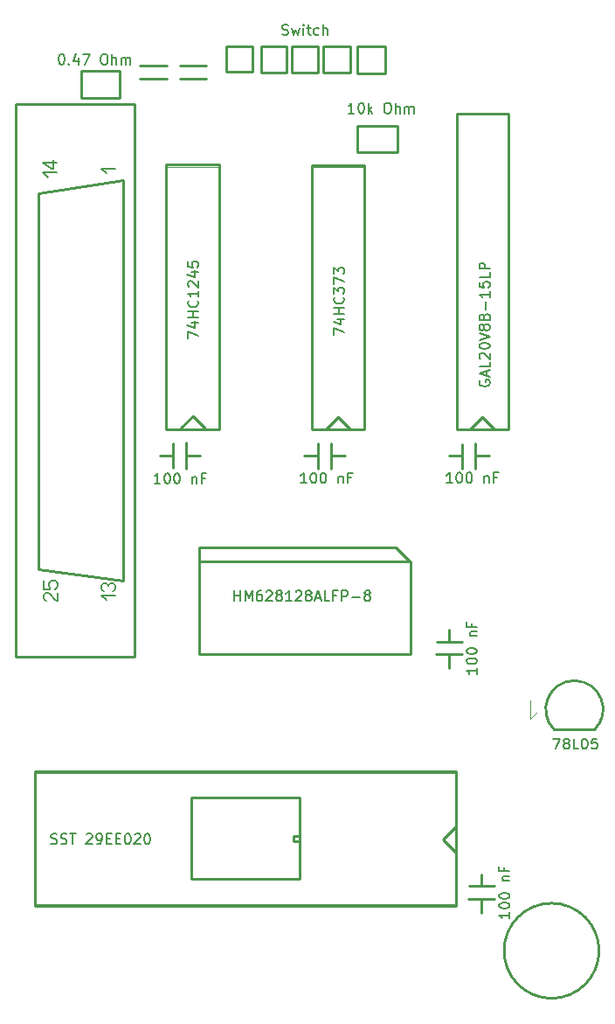
<source format=gbr>
%TF.GenerationSoftware,KiCad,Pcbnew,(6.0.2)*%
%TF.CreationDate,2022-05-06T23:35:53-05:00*%
%TF.ProjectId,PXT6,50585436-2e6b-4696-9361-645f70636258,rev?*%
%TF.SameCoordinates,Original*%
%TF.FileFunction,Legend,Top*%
%TF.FilePolarity,Positive*%
%FSLAX46Y46*%
G04 Gerber Fmt 4.6, Leading zero omitted, Abs format (unit mm)*
G04 Created by KiCad (PCBNEW (6.0.2)) date 2022-05-06 23:35:53*
%MOMM*%
%LPD*%
G01*
G04 APERTURE LIST*
%ADD10C,0.150000*%
%ADD11C,0.100000*%
%ADD12C,0.250000*%
%ADD13C,0.124000*%
%ADD14C,0.167000*%
G04 APERTURE END LIST*
D10*
X138037714Y-41072761D02*
X138180571Y-41120380D01*
X138418666Y-41120380D01*
X138513904Y-41072761D01*
X138561523Y-41025142D01*
X138609142Y-40929904D01*
X138609142Y-40834666D01*
X138561523Y-40739428D01*
X138513904Y-40691809D01*
X138418666Y-40644190D01*
X138228190Y-40596571D01*
X138132952Y-40548952D01*
X138085333Y-40501333D01*
X138037714Y-40406095D01*
X138037714Y-40310857D01*
X138085333Y-40215619D01*
X138132952Y-40168000D01*
X138228190Y-40120380D01*
X138466285Y-40120380D01*
X138609142Y-40168000D01*
X138942476Y-40453714D02*
X139132952Y-41120380D01*
X139323428Y-40644190D01*
X139513904Y-41120380D01*
X139704380Y-40453714D01*
X140085333Y-41120380D02*
X140085333Y-40453714D01*
X140085333Y-40120380D02*
X140037714Y-40168000D01*
X140085333Y-40215619D01*
X140132952Y-40168000D01*
X140085333Y-40120380D01*
X140085333Y-40215619D01*
X140418666Y-40453714D02*
X140799619Y-40453714D01*
X140561523Y-40120380D02*
X140561523Y-40977523D01*
X140609142Y-41072761D01*
X140704380Y-41120380D01*
X140799619Y-41120380D01*
X141561523Y-41072761D02*
X141466285Y-41120380D01*
X141275809Y-41120380D01*
X141180571Y-41072761D01*
X141132952Y-41025142D01*
X141085333Y-40929904D01*
X141085333Y-40644190D01*
X141132952Y-40548952D01*
X141180571Y-40501333D01*
X141275809Y-40453714D01*
X141466285Y-40453714D01*
X141561523Y-40501333D01*
X141990095Y-41120380D02*
X141990095Y-40120380D01*
X142418666Y-41120380D02*
X142418666Y-40596571D01*
X142371047Y-40501333D01*
X142275809Y-40453714D01*
X142132952Y-40453714D01*
X142037714Y-40501333D01*
X141990095Y-40548952D01*
X145006952Y-48703380D02*
X144435523Y-48703380D01*
X144721238Y-48703380D02*
X144721238Y-47703380D01*
X144626000Y-47846238D01*
X144530761Y-47941476D01*
X144435523Y-47989095D01*
X145626000Y-47703380D02*
X145721238Y-47703380D01*
X145816476Y-47751000D01*
X145864095Y-47798619D01*
X145911714Y-47893857D01*
X145959333Y-48084333D01*
X145959333Y-48322428D01*
X145911714Y-48512904D01*
X145864095Y-48608142D01*
X145816476Y-48655761D01*
X145721238Y-48703380D01*
X145626000Y-48703380D01*
X145530761Y-48655761D01*
X145483142Y-48608142D01*
X145435523Y-48512904D01*
X145387904Y-48322428D01*
X145387904Y-48084333D01*
X145435523Y-47893857D01*
X145483142Y-47798619D01*
X145530761Y-47751000D01*
X145626000Y-47703380D01*
X146387904Y-48703380D02*
X146387904Y-47703380D01*
X146483142Y-48322428D02*
X146768857Y-48703380D01*
X146768857Y-48036714D02*
X146387904Y-48417666D01*
X148149809Y-47703380D02*
X148340285Y-47703380D01*
X148435523Y-47751000D01*
X148530761Y-47846238D01*
X148578380Y-48036714D01*
X148578380Y-48370047D01*
X148530761Y-48560523D01*
X148435523Y-48655761D01*
X148340285Y-48703380D01*
X148149809Y-48703380D01*
X148054571Y-48655761D01*
X147959333Y-48560523D01*
X147911714Y-48370047D01*
X147911714Y-48036714D01*
X147959333Y-47846238D01*
X148054571Y-47751000D01*
X148149809Y-47703380D01*
X149006952Y-48703380D02*
X149006952Y-47703380D01*
X149435523Y-48703380D02*
X149435523Y-48179571D01*
X149387904Y-48084333D01*
X149292666Y-48036714D01*
X149149809Y-48036714D01*
X149054571Y-48084333D01*
X149006952Y-48131952D01*
X149911714Y-48703380D02*
X149911714Y-48036714D01*
X149911714Y-48131952D02*
X149959333Y-48084333D01*
X150054571Y-48036714D01*
X150197428Y-48036714D01*
X150292666Y-48084333D01*
X150340285Y-48179571D01*
X150340285Y-48703380D01*
X150340285Y-48179571D02*
X150387904Y-48084333D01*
X150483142Y-48036714D01*
X150626000Y-48036714D01*
X150721238Y-48084333D01*
X150768857Y-48179571D01*
X150768857Y-48703380D01*
X116596095Y-42972380D02*
X116691333Y-42972380D01*
X116786571Y-43020000D01*
X116834190Y-43067619D01*
X116881809Y-43162857D01*
X116929428Y-43353333D01*
X116929428Y-43591428D01*
X116881809Y-43781904D01*
X116834190Y-43877142D01*
X116786571Y-43924761D01*
X116691333Y-43972380D01*
X116596095Y-43972380D01*
X116500857Y-43924761D01*
X116453238Y-43877142D01*
X116405619Y-43781904D01*
X116358000Y-43591428D01*
X116358000Y-43353333D01*
X116405619Y-43162857D01*
X116453238Y-43067619D01*
X116500857Y-43020000D01*
X116596095Y-42972380D01*
X117358000Y-43877142D02*
X117405619Y-43924761D01*
X117358000Y-43972380D01*
X117310380Y-43924761D01*
X117358000Y-43877142D01*
X117358000Y-43972380D01*
X118262761Y-43305714D02*
X118262761Y-43972380D01*
X118024666Y-42924761D02*
X117786571Y-43639047D01*
X118405619Y-43639047D01*
X118691333Y-42972380D02*
X119358000Y-42972380D01*
X118929428Y-43972380D01*
X120691333Y-42972380D02*
X120881809Y-42972380D01*
X120977047Y-43020000D01*
X121072285Y-43115238D01*
X121119904Y-43305714D01*
X121119904Y-43639047D01*
X121072285Y-43829523D01*
X120977047Y-43924761D01*
X120881809Y-43972380D01*
X120691333Y-43972380D01*
X120596095Y-43924761D01*
X120500857Y-43829523D01*
X120453238Y-43639047D01*
X120453238Y-43305714D01*
X120500857Y-43115238D01*
X120596095Y-43020000D01*
X120691333Y-42972380D01*
X121548476Y-43972380D02*
X121548476Y-42972380D01*
X121977047Y-43972380D02*
X121977047Y-43448571D01*
X121929428Y-43353333D01*
X121834190Y-43305714D01*
X121691333Y-43305714D01*
X121596095Y-43353333D01*
X121548476Y-43400952D01*
X122453238Y-43972380D02*
X122453238Y-43305714D01*
X122453238Y-43400952D02*
X122500857Y-43353333D01*
X122596095Y-43305714D01*
X122738952Y-43305714D01*
X122834190Y-43353333D01*
X122881809Y-43448571D01*
X122881809Y-43972380D01*
X122881809Y-43448571D02*
X122929428Y-43353333D01*
X123024666Y-43305714D01*
X123167523Y-43305714D01*
X123262761Y-43353333D01*
X123310380Y-43448571D01*
X123310380Y-43972380D01*
X128880380Y-70462095D02*
X128880380Y-69795428D01*
X129880380Y-70224000D01*
X129213714Y-68985904D02*
X129880380Y-68985904D01*
X128832761Y-69224000D02*
X129547047Y-69462095D01*
X129547047Y-68843047D01*
X129880380Y-68462095D02*
X128880380Y-68462095D01*
X129356571Y-68462095D02*
X129356571Y-67890666D01*
X129880380Y-67890666D02*
X128880380Y-67890666D01*
X129785142Y-66843047D02*
X129832761Y-66890666D01*
X129880380Y-67033523D01*
X129880380Y-67128761D01*
X129832761Y-67271619D01*
X129737523Y-67366857D01*
X129642285Y-67414476D01*
X129451809Y-67462095D01*
X129308952Y-67462095D01*
X129118476Y-67414476D01*
X129023238Y-67366857D01*
X128928000Y-67271619D01*
X128880380Y-67128761D01*
X128880380Y-67033523D01*
X128928000Y-66890666D01*
X128975619Y-66843047D01*
X129880380Y-65890666D02*
X129880380Y-66462095D01*
X129880380Y-66176380D02*
X128880380Y-66176380D01*
X129023238Y-66271619D01*
X129118476Y-66366857D01*
X129166095Y-66462095D01*
X128975619Y-65509714D02*
X128928000Y-65462095D01*
X128880380Y-65366857D01*
X128880380Y-65128761D01*
X128928000Y-65033523D01*
X128975619Y-64985904D01*
X129070857Y-64938285D01*
X129166095Y-64938285D01*
X129308952Y-64985904D01*
X129880380Y-65557333D01*
X129880380Y-64938285D01*
X129213714Y-64081142D02*
X129880380Y-64081142D01*
X128832761Y-64319238D02*
X129547047Y-64557333D01*
X129547047Y-63938285D01*
X128880380Y-63081142D02*
X128880380Y-63557333D01*
X129356571Y-63604952D01*
X129308952Y-63557333D01*
X129261333Y-63462095D01*
X129261333Y-63224000D01*
X129308952Y-63128761D01*
X129356571Y-63081142D01*
X129451809Y-63033523D01*
X129689904Y-63033523D01*
X129785142Y-63081142D01*
X129832761Y-63128761D01*
X129880380Y-63224000D01*
X129880380Y-63462095D01*
X129832761Y-63557333D01*
X129785142Y-63604952D01*
X143038380Y-70130904D02*
X143038380Y-69464238D01*
X144038380Y-69892809D01*
X143371714Y-68654714D02*
X144038380Y-68654714D01*
X142990761Y-68892809D02*
X143705047Y-69130904D01*
X143705047Y-68511857D01*
X144038380Y-68130904D02*
X143038380Y-68130904D01*
X143514571Y-68130904D02*
X143514571Y-67559476D01*
X144038380Y-67559476D02*
X143038380Y-67559476D01*
X143943142Y-66511857D02*
X143990761Y-66559476D01*
X144038380Y-66702333D01*
X144038380Y-66797571D01*
X143990761Y-66940428D01*
X143895523Y-67035666D01*
X143800285Y-67083285D01*
X143609809Y-67130904D01*
X143466952Y-67130904D01*
X143276476Y-67083285D01*
X143181238Y-67035666D01*
X143086000Y-66940428D01*
X143038380Y-66797571D01*
X143038380Y-66702333D01*
X143086000Y-66559476D01*
X143133619Y-66511857D01*
X143038380Y-66178523D02*
X143038380Y-65559476D01*
X143419333Y-65892809D01*
X143419333Y-65749952D01*
X143466952Y-65654714D01*
X143514571Y-65607095D01*
X143609809Y-65559476D01*
X143847904Y-65559476D01*
X143943142Y-65607095D01*
X143990761Y-65654714D01*
X144038380Y-65749952D01*
X144038380Y-66035666D01*
X143990761Y-66130904D01*
X143943142Y-66178523D01*
X143038380Y-65226142D02*
X143038380Y-64559476D01*
X144038380Y-64988047D01*
X143038380Y-64273761D02*
X143038380Y-63654714D01*
X143419333Y-63988047D01*
X143419333Y-63845190D01*
X143466952Y-63749952D01*
X143514571Y-63702333D01*
X143609809Y-63654714D01*
X143847904Y-63654714D01*
X143943142Y-63702333D01*
X143990761Y-63749952D01*
X144038380Y-63845190D01*
X144038380Y-64130904D01*
X143990761Y-64226142D01*
X143943142Y-64273761D01*
X157188000Y-74564761D02*
X157140380Y-74660000D01*
X157140380Y-74802857D01*
X157188000Y-74945714D01*
X157283238Y-75040952D01*
X157378476Y-75088571D01*
X157568952Y-75136190D01*
X157711809Y-75136190D01*
X157902285Y-75088571D01*
X157997523Y-75040952D01*
X158092761Y-74945714D01*
X158140380Y-74802857D01*
X158140380Y-74707619D01*
X158092761Y-74564761D01*
X158045142Y-74517142D01*
X157711809Y-74517142D01*
X157711809Y-74707619D01*
X157854666Y-74136190D02*
X157854666Y-73660000D01*
X158140380Y-74231428D02*
X157140380Y-73898095D01*
X158140380Y-73564761D01*
X158140380Y-72755238D02*
X158140380Y-73231428D01*
X157140380Y-73231428D01*
X157235619Y-72469523D02*
X157188000Y-72421904D01*
X157140380Y-72326666D01*
X157140380Y-72088571D01*
X157188000Y-71993333D01*
X157235619Y-71945714D01*
X157330857Y-71898095D01*
X157426095Y-71898095D01*
X157568952Y-71945714D01*
X158140380Y-72517142D01*
X158140380Y-71898095D01*
X157140380Y-71279047D02*
X157140380Y-71183809D01*
X157188000Y-71088571D01*
X157235619Y-71040952D01*
X157330857Y-70993333D01*
X157521333Y-70945714D01*
X157759428Y-70945714D01*
X157949904Y-70993333D01*
X158045142Y-71040952D01*
X158092761Y-71088571D01*
X158140380Y-71183809D01*
X158140380Y-71279047D01*
X158092761Y-71374285D01*
X158045142Y-71421904D01*
X157949904Y-71469523D01*
X157759428Y-71517142D01*
X157521333Y-71517142D01*
X157330857Y-71469523D01*
X157235619Y-71421904D01*
X157188000Y-71374285D01*
X157140380Y-71279047D01*
X157140380Y-70660000D02*
X158140380Y-70326666D01*
X157140380Y-69993333D01*
X157568952Y-69517142D02*
X157521333Y-69612380D01*
X157473714Y-69660000D01*
X157378476Y-69707619D01*
X157330857Y-69707619D01*
X157235619Y-69660000D01*
X157188000Y-69612380D01*
X157140380Y-69517142D01*
X157140380Y-69326666D01*
X157188000Y-69231428D01*
X157235619Y-69183809D01*
X157330857Y-69136190D01*
X157378476Y-69136190D01*
X157473714Y-69183809D01*
X157521333Y-69231428D01*
X157568952Y-69326666D01*
X157568952Y-69517142D01*
X157616571Y-69612380D01*
X157664190Y-69660000D01*
X157759428Y-69707619D01*
X157949904Y-69707619D01*
X158045142Y-69660000D01*
X158092761Y-69612380D01*
X158140380Y-69517142D01*
X158140380Y-69326666D01*
X158092761Y-69231428D01*
X158045142Y-69183809D01*
X157949904Y-69136190D01*
X157759428Y-69136190D01*
X157664190Y-69183809D01*
X157616571Y-69231428D01*
X157568952Y-69326666D01*
X157616571Y-68374285D02*
X157664190Y-68231428D01*
X157711809Y-68183809D01*
X157807047Y-68136190D01*
X157949904Y-68136190D01*
X158045142Y-68183809D01*
X158092761Y-68231428D01*
X158140380Y-68326666D01*
X158140380Y-68707619D01*
X157140380Y-68707619D01*
X157140380Y-68374285D01*
X157188000Y-68279047D01*
X157235619Y-68231428D01*
X157330857Y-68183809D01*
X157426095Y-68183809D01*
X157521333Y-68231428D01*
X157568952Y-68279047D01*
X157616571Y-68374285D01*
X157616571Y-68707619D01*
X157759428Y-67707619D02*
X157759428Y-66945714D01*
X158140380Y-65945714D02*
X158140380Y-66517142D01*
X158140380Y-66231428D02*
X157140380Y-66231428D01*
X157283238Y-66326666D01*
X157378476Y-66421904D01*
X157426095Y-66517142D01*
X157140380Y-65040952D02*
X157140380Y-65517142D01*
X157616571Y-65564761D01*
X157568952Y-65517142D01*
X157521333Y-65421904D01*
X157521333Y-65183809D01*
X157568952Y-65088571D01*
X157616571Y-65040952D01*
X157711809Y-64993333D01*
X157949904Y-64993333D01*
X158045142Y-65040952D01*
X158092761Y-65088571D01*
X158140380Y-65183809D01*
X158140380Y-65421904D01*
X158092761Y-65517142D01*
X158045142Y-65564761D01*
X158140380Y-64088571D02*
X158140380Y-64564761D01*
X157140380Y-64564761D01*
X158140380Y-63755238D02*
X157140380Y-63755238D01*
X157140380Y-63374285D01*
X157188000Y-63279047D01*
X157235619Y-63231428D01*
X157330857Y-63183809D01*
X157473714Y-63183809D01*
X157568952Y-63231428D01*
X157616571Y-63279047D01*
X157664190Y-63374285D01*
X157664190Y-63755238D01*
X133388571Y-95919380D02*
X133388571Y-94919380D01*
X133388571Y-95395571D02*
X133960000Y-95395571D01*
X133960000Y-95919380D02*
X133960000Y-94919380D01*
X134436190Y-95919380D02*
X134436190Y-94919380D01*
X134769523Y-95633666D01*
X135102857Y-94919380D01*
X135102857Y-95919380D01*
X136007619Y-94919380D02*
X135817142Y-94919380D01*
X135721904Y-94967000D01*
X135674285Y-95014619D01*
X135579047Y-95157476D01*
X135531428Y-95347952D01*
X135531428Y-95728904D01*
X135579047Y-95824142D01*
X135626666Y-95871761D01*
X135721904Y-95919380D01*
X135912380Y-95919380D01*
X136007619Y-95871761D01*
X136055238Y-95824142D01*
X136102857Y-95728904D01*
X136102857Y-95490809D01*
X136055238Y-95395571D01*
X136007619Y-95347952D01*
X135912380Y-95300333D01*
X135721904Y-95300333D01*
X135626666Y-95347952D01*
X135579047Y-95395571D01*
X135531428Y-95490809D01*
X136483809Y-95014619D02*
X136531428Y-94967000D01*
X136626666Y-94919380D01*
X136864761Y-94919380D01*
X136960000Y-94967000D01*
X137007619Y-95014619D01*
X137055238Y-95109857D01*
X137055238Y-95205095D01*
X137007619Y-95347952D01*
X136436190Y-95919380D01*
X137055238Y-95919380D01*
X137626666Y-95347952D02*
X137531428Y-95300333D01*
X137483809Y-95252714D01*
X137436190Y-95157476D01*
X137436190Y-95109857D01*
X137483809Y-95014619D01*
X137531428Y-94967000D01*
X137626666Y-94919380D01*
X137817142Y-94919380D01*
X137912380Y-94967000D01*
X137960000Y-95014619D01*
X138007619Y-95109857D01*
X138007619Y-95157476D01*
X137960000Y-95252714D01*
X137912380Y-95300333D01*
X137817142Y-95347952D01*
X137626666Y-95347952D01*
X137531428Y-95395571D01*
X137483809Y-95443190D01*
X137436190Y-95538428D01*
X137436190Y-95728904D01*
X137483809Y-95824142D01*
X137531428Y-95871761D01*
X137626666Y-95919380D01*
X137817142Y-95919380D01*
X137912380Y-95871761D01*
X137960000Y-95824142D01*
X138007619Y-95728904D01*
X138007619Y-95538428D01*
X137960000Y-95443190D01*
X137912380Y-95395571D01*
X137817142Y-95347952D01*
X138960000Y-95919380D02*
X138388571Y-95919380D01*
X138674285Y-95919380D02*
X138674285Y-94919380D01*
X138579047Y-95062238D01*
X138483809Y-95157476D01*
X138388571Y-95205095D01*
X139340952Y-95014619D02*
X139388571Y-94967000D01*
X139483809Y-94919380D01*
X139721904Y-94919380D01*
X139817142Y-94967000D01*
X139864761Y-95014619D01*
X139912380Y-95109857D01*
X139912380Y-95205095D01*
X139864761Y-95347952D01*
X139293333Y-95919380D01*
X139912380Y-95919380D01*
X140483809Y-95347952D02*
X140388571Y-95300333D01*
X140340952Y-95252714D01*
X140293333Y-95157476D01*
X140293333Y-95109857D01*
X140340952Y-95014619D01*
X140388571Y-94967000D01*
X140483809Y-94919380D01*
X140674285Y-94919380D01*
X140769523Y-94967000D01*
X140817142Y-95014619D01*
X140864761Y-95109857D01*
X140864761Y-95157476D01*
X140817142Y-95252714D01*
X140769523Y-95300333D01*
X140674285Y-95347952D01*
X140483809Y-95347952D01*
X140388571Y-95395571D01*
X140340952Y-95443190D01*
X140293333Y-95538428D01*
X140293333Y-95728904D01*
X140340952Y-95824142D01*
X140388571Y-95871761D01*
X140483809Y-95919380D01*
X140674285Y-95919380D01*
X140769523Y-95871761D01*
X140817142Y-95824142D01*
X140864761Y-95728904D01*
X140864761Y-95538428D01*
X140817142Y-95443190D01*
X140769523Y-95395571D01*
X140674285Y-95347952D01*
X141245714Y-95633666D02*
X141721904Y-95633666D01*
X141150476Y-95919380D02*
X141483809Y-94919380D01*
X141817142Y-95919380D01*
X142626666Y-95919380D02*
X142150476Y-95919380D01*
X142150476Y-94919380D01*
X143293333Y-95395571D02*
X142960000Y-95395571D01*
X142960000Y-95919380D02*
X142960000Y-94919380D01*
X143436190Y-94919380D01*
X143817142Y-95919380D02*
X143817142Y-94919380D01*
X144198095Y-94919380D01*
X144293333Y-94967000D01*
X144340952Y-95014619D01*
X144388571Y-95109857D01*
X144388571Y-95252714D01*
X144340952Y-95347952D01*
X144293333Y-95395571D01*
X144198095Y-95443190D01*
X143817142Y-95443190D01*
X144817142Y-95538428D02*
X145579047Y-95538428D01*
X146198095Y-95347952D02*
X146102857Y-95300333D01*
X146055238Y-95252714D01*
X146007619Y-95157476D01*
X146007619Y-95109857D01*
X146055238Y-95014619D01*
X146102857Y-94967000D01*
X146198095Y-94919380D01*
X146388571Y-94919380D01*
X146483809Y-94967000D01*
X146531428Y-95014619D01*
X146579047Y-95109857D01*
X146579047Y-95157476D01*
X146531428Y-95252714D01*
X146483809Y-95300333D01*
X146388571Y-95347952D01*
X146198095Y-95347952D01*
X146102857Y-95395571D01*
X146055238Y-95443190D01*
X146007619Y-95538428D01*
X146007619Y-95728904D01*
X146055238Y-95824142D01*
X146102857Y-95871761D01*
X146198095Y-95919380D01*
X146388571Y-95919380D01*
X146483809Y-95871761D01*
X146531428Y-95824142D01*
X146579047Y-95728904D01*
X146579047Y-95538428D01*
X146531428Y-95443190D01*
X146483809Y-95395571D01*
X146388571Y-95347952D01*
X115619476Y-119395761D02*
X115762333Y-119443380D01*
X116000428Y-119443380D01*
X116095666Y-119395761D01*
X116143285Y-119348142D01*
X116190904Y-119252904D01*
X116190904Y-119157666D01*
X116143285Y-119062428D01*
X116095666Y-119014809D01*
X116000428Y-118967190D01*
X115809952Y-118919571D01*
X115714714Y-118871952D01*
X115667095Y-118824333D01*
X115619476Y-118729095D01*
X115619476Y-118633857D01*
X115667095Y-118538619D01*
X115714714Y-118491000D01*
X115809952Y-118443380D01*
X116048047Y-118443380D01*
X116190904Y-118491000D01*
X116571857Y-119395761D02*
X116714714Y-119443380D01*
X116952809Y-119443380D01*
X117048047Y-119395761D01*
X117095666Y-119348142D01*
X117143285Y-119252904D01*
X117143285Y-119157666D01*
X117095666Y-119062428D01*
X117048047Y-119014809D01*
X116952809Y-118967190D01*
X116762333Y-118919571D01*
X116667095Y-118871952D01*
X116619476Y-118824333D01*
X116571857Y-118729095D01*
X116571857Y-118633857D01*
X116619476Y-118538619D01*
X116667095Y-118491000D01*
X116762333Y-118443380D01*
X117000428Y-118443380D01*
X117143285Y-118491000D01*
X117429000Y-118443380D02*
X118000428Y-118443380D01*
X117714714Y-119443380D02*
X117714714Y-118443380D01*
X119048047Y-118538619D02*
X119095666Y-118491000D01*
X119190904Y-118443380D01*
X119429000Y-118443380D01*
X119524238Y-118491000D01*
X119571857Y-118538619D01*
X119619476Y-118633857D01*
X119619476Y-118729095D01*
X119571857Y-118871952D01*
X119000428Y-119443380D01*
X119619476Y-119443380D01*
X120095666Y-119443380D02*
X120286142Y-119443380D01*
X120381380Y-119395761D01*
X120429000Y-119348142D01*
X120524238Y-119205285D01*
X120571857Y-119014809D01*
X120571857Y-118633857D01*
X120524238Y-118538619D01*
X120476619Y-118491000D01*
X120381380Y-118443380D01*
X120190904Y-118443380D01*
X120095666Y-118491000D01*
X120048047Y-118538619D01*
X120000428Y-118633857D01*
X120000428Y-118871952D01*
X120048047Y-118967190D01*
X120095666Y-119014809D01*
X120190904Y-119062428D01*
X120381380Y-119062428D01*
X120476619Y-119014809D01*
X120524238Y-118967190D01*
X120571857Y-118871952D01*
X121000428Y-118919571D02*
X121333761Y-118919571D01*
X121476619Y-119443380D02*
X121000428Y-119443380D01*
X121000428Y-118443380D01*
X121476619Y-118443380D01*
X121905190Y-118919571D02*
X122238523Y-118919571D01*
X122381380Y-119443380D02*
X121905190Y-119443380D01*
X121905190Y-118443380D01*
X122381380Y-118443380D01*
X123000428Y-118443380D02*
X123095666Y-118443380D01*
X123190904Y-118491000D01*
X123238523Y-118538619D01*
X123286142Y-118633857D01*
X123333761Y-118824333D01*
X123333761Y-119062428D01*
X123286142Y-119252904D01*
X123238523Y-119348142D01*
X123190904Y-119395761D01*
X123095666Y-119443380D01*
X123000428Y-119443380D01*
X122905190Y-119395761D01*
X122857571Y-119348142D01*
X122809952Y-119252904D01*
X122762333Y-119062428D01*
X122762333Y-118824333D01*
X122809952Y-118633857D01*
X122857571Y-118538619D01*
X122905190Y-118491000D01*
X123000428Y-118443380D01*
X123714714Y-118538619D02*
X123762333Y-118491000D01*
X123857571Y-118443380D01*
X124095666Y-118443380D01*
X124190904Y-118491000D01*
X124238523Y-118538619D01*
X124286142Y-118633857D01*
X124286142Y-118729095D01*
X124238523Y-118871952D01*
X123667095Y-119443380D01*
X124286142Y-119443380D01*
X124905190Y-118443380D02*
X125000428Y-118443380D01*
X125095666Y-118491000D01*
X125143285Y-118538619D01*
X125190904Y-118633857D01*
X125238523Y-118824333D01*
X125238523Y-119062428D01*
X125190904Y-119252904D01*
X125143285Y-119348142D01*
X125095666Y-119395761D01*
X125000428Y-119443380D01*
X124905190Y-119443380D01*
X124809952Y-119395761D01*
X124762333Y-119348142D01*
X124714714Y-119252904D01*
X124667095Y-119062428D01*
X124667095Y-118824333D01*
X124714714Y-118633857D01*
X124762333Y-118538619D01*
X124809952Y-118491000D01*
X124905190Y-118443380D01*
X164284333Y-109246380D02*
X164951000Y-109246380D01*
X164522428Y-110246380D01*
X165474809Y-109674952D02*
X165379571Y-109627333D01*
X165331952Y-109579714D01*
X165284333Y-109484476D01*
X165284333Y-109436857D01*
X165331952Y-109341619D01*
X165379571Y-109294000D01*
X165474809Y-109246380D01*
X165665285Y-109246380D01*
X165760523Y-109294000D01*
X165808142Y-109341619D01*
X165855761Y-109436857D01*
X165855761Y-109484476D01*
X165808142Y-109579714D01*
X165760523Y-109627333D01*
X165665285Y-109674952D01*
X165474809Y-109674952D01*
X165379571Y-109722571D01*
X165331952Y-109770190D01*
X165284333Y-109865428D01*
X165284333Y-110055904D01*
X165331952Y-110151142D01*
X165379571Y-110198761D01*
X165474809Y-110246380D01*
X165665285Y-110246380D01*
X165760523Y-110198761D01*
X165808142Y-110151142D01*
X165855761Y-110055904D01*
X165855761Y-109865428D01*
X165808142Y-109770190D01*
X165760523Y-109722571D01*
X165665285Y-109674952D01*
X166760523Y-110246380D02*
X166284333Y-110246380D01*
X166284333Y-109246380D01*
X167284333Y-109246380D02*
X167379571Y-109246380D01*
X167474809Y-109294000D01*
X167522428Y-109341619D01*
X167570047Y-109436857D01*
X167617666Y-109627333D01*
X167617666Y-109865428D01*
X167570047Y-110055904D01*
X167522428Y-110151142D01*
X167474809Y-110198761D01*
X167379571Y-110246380D01*
X167284333Y-110246380D01*
X167189095Y-110198761D01*
X167141476Y-110151142D01*
X167093857Y-110055904D01*
X167046238Y-109865428D01*
X167046238Y-109627333D01*
X167093857Y-109436857D01*
X167141476Y-109341619D01*
X167189095Y-109294000D01*
X167284333Y-109246380D01*
X168522428Y-109246380D02*
X168046238Y-109246380D01*
X167998619Y-109722571D01*
X168046238Y-109674952D01*
X168141476Y-109627333D01*
X168379571Y-109627333D01*
X168474809Y-109674952D01*
X168522428Y-109722571D01*
X168570047Y-109817809D01*
X168570047Y-110055904D01*
X168522428Y-110151142D01*
X168474809Y-110198761D01*
X168379571Y-110246380D01*
X168141476Y-110246380D01*
X168046238Y-110198761D01*
X167998619Y-110151142D01*
X154527428Y-84479380D02*
X153956000Y-84479380D01*
X154241714Y-84479380D02*
X154241714Y-83479380D01*
X154146476Y-83622238D01*
X154051238Y-83717476D01*
X153956000Y-83765095D01*
X155146476Y-83479380D02*
X155241714Y-83479380D01*
X155336952Y-83527000D01*
X155384571Y-83574619D01*
X155432190Y-83669857D01*
X155479809Y-83860333D01*
X155479809Y-84098428D01*
X155432190Y-84288904D01*
X155384571Y-84384142D01*
X155336952Y-84431761D01*
X155241714Y-84479380D01*
X155146476Y-84479380D01*
X155051238Y-84431761D01*
X155003619Y-84384142D01*
X154956000Y-84288904D01*
X154908380Y-84098428D01*
X154908380Y-83860333D01*
X154956000Y-83669857D01*
X155003619Y-83574619D01*
X155051238Y-83527000D01*
X155146476Y-83479380D01*
X156098857Y-83479380D02*
X156194095Y-83479380D01*
X156289333Y-83527000D01*
X156336952Y-83574619D01*
X156384571Y-83669857D01*
X156432190Y-83860333D01*
X156432190Y-84098428D01*
X156384571Y-84288904D01*
X156336952Y-84384142D01*
X156289333Y-84431761D01*
X156194095Y-84479380D01*
X156098857Y-84479380D01*
X156003619Y-84431761D01*
X155956000Y-84384142D01*
X155908380Y-84288904D01*
X155860761Y-84098428D01*
X155860761Y-83860333D01*
X155908380Y-83669857D01*
X155956000Y-83574619D01*
X156003619Y-83527000D01*
X156098857Y-83479380D01*
X157622666Y-83812714D02*
X157622666Y-84479380D01*
X157622666Y-83907952D02*
X157670285Y-83860333D01*
X157765523Y-83812714D01*
X157908380Y-83812714D01*
X158003619Y-83860333D01*
X158051238Y-83955571D01*
X158051238Y-84479380D01*
X158860761Y-83955571D02*
X158527428Y-83955571D01*
X158527428Y-84479380D02*
X158527428Y-83479380D01*
X159003619Y-83479380D01*
X140388428Y-84508380D02*
X139817000Y-84508380D01*
X140102714Y-84508380D02*
X140102714Y-83508380D01*
X140007476Y-83651238D01*
X139912238Y-83746476D01*
X139817000Y-83794095D01*
X141007476Y-83508380D02*
X141102714Y-83508380D01*
X141197952Y-83556000D01*
X141245571Y-83603619D01*
X141293190Y-83698857D01*
X141340809Y-83889333D01*
X141340809Y-84127428D01*
X141293190Y-84317904D01*
X141245571Y-84413142D01*
X141197952Y-84460761D01*
X141102714Y-84508380D01*
X141007476Y-84508380D01*
X140912238Y-84460761D01*
X140864619Y-84413142D01*
X140817000Y-84317904D01*
X140769380Y-84127428D01*
X140769380Y-83889333D01*
X140817000Y-83698857D01*
X140864619Y-83603619D01*
X140912238Y-83556000D01*
X141007476Y-83508380D01*
X141959857Y-83508380D02*
X142055095Y-83508380D01*
X142150333Y-83556000D01*
X142197952Y-83603619D01*
X142245571Y-83698857D01*
X142293190Y-83889333D01*
X142293190Y-84127428D01*
X142245571Y-84317904D01*
X142197952Y-84413142D01*
X142150333Y-84460761D01*
X142055095Y-84508380D01*
X141959857Y-84508380D01*
X141864619Y-84460761D01*
X141817000Y-84413142D01*
X141769380Y-84317904D01*
X141721761Y-84127428D01*
X141721761Y-83889333D01*
X141769380Y-83698857D01*
X141817000Y-83603619D01*
X141864619Y-83556000D01*
X141959857Y-83508380D01*
X143483666Y-83841714D02*
X143483666Y-84508380D01*
X143483666Y-83936952D02*
X143531285Y-83889333D01*
X143626523Y-83841714D01*
X143769380Y-83841714D01*
X143864619Y-83889333D01*
X143912238Y-83984571D01*
X143912238Y-84508380D01*
X144721761Y-83984571D02*
X144388428Y-83984571D01*
X144388428Y-84508380D02*
X144388428Y-83508380D01*
X144864619Y-83508380D01*
X126211428Y-84543380D02*
X125640000Y-84543380D01*
X125925714Y-84543380D02*
X125925714Y-83543380D01*
X125830476Y-83686238D01*
X125735238Y-83781476D01*
X125640000Y-83829095D01*
X126830476Y-83543380D02*
X126925714Y-83543380D01*
X127020952Y-83591000D01*
X127068571Y-83638619D01*
X127116190Y-83733857D01*
X127163809Y-83924333D01*
X127163809Y-84162428D01*
X127116190Y-84352904D01*
X127068571Y-84448142D01*
X127020952Y-84495761D01*
X126925714Y-84543380D01*
X126830476Y-84543380D01*
X126735238Y-84495761D01*
X126687619Y-84448142D01*
X126640000Y-84352904D01*
X126592380Y-84162428D01*
X126592380Y-83924333D01*
X126640000Y-83733857D01*
X126687619Y-83638619D01*
X126735238Y-83591000D01*
X126830476Y-83543380D01*
X127782857Y-83543380D02*
X127878095Y-83543380D01*
X127973333Y-83591000D01*
X128020952Y-83638619D01*
X128068571Y-83733857D01*
X128116190Y-83924333D01*
X128116190Y-84162428D01*
X128068571Y-84352904D01*
X128020952Y-84448142D01*
X127973333Y-84495761D01*
X127878095Y-84543380D01*
X127782857Y-84543380D01*
X127687619Y-84495761D01*
X127640000Y-84448142D01*
X127592380Y-84352904D01*
X127544761Y-84162428D01*
X127544761Y-83924333D01*
X127592380Y-83733857D01*
X127640000Y-83638619D01*
X127687619Y-83591000D01*
X127782857Y-83543380D01*
X129306666Y-83876714D02*
X129306666Y-84543380D01*
X129306666Y-83971952D02*
X129354285Y-83924333D01*
X129449523Y-83876714D01*
X129592380Y-83876714D01*
X129687619Y-83924333D01*
X129735238Y-84019571D01*
X129735238Y-84543380D01*
X130544761Y-84019571D02*
X130211428Y-84019571D01*
X130211428Y-84543380D02*
X130211428Y-83543380D01*
X130687619Y-83543380D01*
X160060380Y-126079571D02*
X160060380Y-126651000D01*
X160060380Y-126365285D02*
X159060380Y-126365285D01*
X159203238Y-126460523D01*
X159298476Y-126555761D01*
X159346095Y-126651000D01*
X159060380Y-125460523D02*
X159060380Y-125365285D01*
X159108000Y-125270047D01*
X159155619Y-125222428D01*
X159250857Y-125174809D01*
X159441333Y-125127190D01*
X159679428Y-125127190D01*
X159869904Y-125174809D01*
X159965142Y-125222428D01*
X160012761Y-125270047D01*
X160060380Y-125365285D01*
X160060380Y-125460523D01*
X160012761Y-125555761D01*
X159965142Y-125603380D01*
X159869904Y-125651000D01*
X159679428Y-125698619D01*
X159441333Y-125698619D01*
X159250857Y-125651000D01*
X159155619Y-125603380D01*
X159108000Y-125555761D01*
X159060380Y-125460523D01*
X159060380Y-124508142D02*
X159060380Y-124412904D01*
X159108000Y-124317666D01*
X159155619Y-124270047D01*
X159250857Y-124222428D01*
X159441333Y-124174809D01*
X159679428Y-124174809D01*
X159869904Y-124222428D01*
X159965142Y-124270047D01*
X160012761Y-124317666D01*
X160060380Y-124412904D01*
X160060380Y-124508142D01*
X160012761Y-124603380D01*
X159965142Y-124651000D01*
X159869904Y-124698619D01*
X159679428Y-124746238D01*
X159441333Y-124746238D01*
X159250857Y-124698619D01*
X159155619Y-124651000D01*
X159108000Y-124603380D01*
X159060380Y-124508142D01*
X159393714Y-122984333D02*
X160060380Y-122984333D01*
X159488952Y-122984333D02*
X159441333Y-122936714D01*
X159393714Y-122841476D01*
X159393714Y-122698619D01*
X159441333Y-122603380D01*
X159536571Y-122555761D01*
X160060380Y-122555761D01*
X159536571Y-121746238D02*
X159536571Y-122079571D01*
X160060380Y-122079571D02*
X159060380Y-122079571D01*
X159060380Y-121603380D01*
X156882380Y-102401571D02*
X156882380Y-102973000D01*
X156882380Y-102687285D02*
X155882380Y-102687285D01*
X156025238Y-102782523D01*
X156120476Y-102877761D01*
X156168095Y-102973000D01*
X155882380Y-101782523D02*
X155882380Y-101687285D01*
X155930000Y-101592047D01*
X155977619Y-101544428D01*
X156072857Y-101496809D01*
X156263333Y-101449190D01*
X156501428Y-101449190D01*
X156691904Y-101496809D01*
X156787142Y-101544428D01*
X156834761Y-101592047D01*
X156882380Y-101687285D01*
X156882380Y-101782523D01*
X156834761Y-101877761D01*
X156787142Y-101925380D01*
X156691904Y-101973000D01*
X156501428Y-102020619D01*
X156263333Y-102020619D01*
X156072857Y-101973000D01*
X155977619Y-101925380D01*
X155930000Y-101877761D01*
X155882380Y-101782523D01*
X155882380Y-100830142D02*
X155882380Y-100734904D01*
X155930000Y-100639666D01*
X155977619Y-100592047D01*
X156072857Y-100544428D01*
X156263333Y-100496809D01*
X156501428Y-100496809D01*
X156691904Y-100544428D01*
X156787142Y-100592047D01*
X156834761Y-100639666D01*
X156882380Y-100734904D01*
X156882380Y-100830142D01*
X156834761Y-100925380D01*
X156787142Y-100973000D01*
X156691904Y-101020619D01*
X156501428Y-101068238D01*
X156263333Y-101068238D01*
X156072857Y-101020619D01*
X155977619Y-100973000D01*
X155930000Y-100925380D01*
X155882380Y-100830142D01*
X156215714Y-99306333D02*
X156882380Y-99306333D01*
X156310952Y-99306333D02*
X156263333Y-99258714D01*
X156215714Y-99163476D01*
X156215714Y-99020619D01*
X156263333Y-98925380D01*
X156358571Y-98877761D01*
X156882380Y-98877761D01*
X156358571Y-98068238D02*
X156358571Y-98401571D01*
X156882380Y-98401571D02*
X155882380Y-98401571D01*
X155882380Y-97925380D01*
D11*
X114164900Y-112603100D02*
X114164900Y-125303100D01*
X114164900Y-125303100D02*
X154804900Y-125303100D01*
X154804900Y-125303100D02*
X154804900Y-112603100D01*
X154804900Y-112603100D02*
X114164900Y-112603100D01*
X114164900Y-117683100D02*
X114164900Y-120223100D01*
X160001200Y-79288700D02*
X154921200Y-79288700D01*
X154921200Y-79288700D02*
X154921200Y-48808700D01*
X154921200Y-48808700D02*
X160001200Y-48808700D01*
X160001200Y-48808700D02*
X160001200Y-79288700D01*
X158731200Y-79288700D02*
X156191200Y-79288700D01*
X145951800Y-79328500D02*
X140871800Y-79328500D01*
X140871800Y-79328500D02*
X140871800Y-53928500D01*
X140871800Y-53928500D02*
X145951800Y-53928500D01*
X145951800Y-53928500D02*
X145951800Y-79328500D01*
X144681800Y-79328500D02*
X142141800Y-79328500D01*
X131942100Y-79328500D02*
X126862100Y-79328500D01*
X126862100Y-79328500D02*
X126862100Y-53928500D01*
X126862100Y-53928500D02*
X131942100Y-53928500D01*
X131942100Y-53928500D02*
X131942100Y-79328500D01*
X130672100Y-79328500D02*
X128132100Y-79328500D01*
D12*
X168735300Y-129787800D02*
G75*
G03*
X168735300Y-129787800I-4603800J0D01*
G01*
X118570200Y-44618500D02*
X122300800Y-44618500D01*
X122300800Y-44618500D02*
X122300800Y-47237800D01*
X122300800Y-47237800D02*
X118570200Y-47237800D01*
X118570200Y-47237800D02*
X118570200Y-44618500D01*
X132619600Y-42197500D02*
X135159600Y-42197500D01*
X135159600Y-42197500D02*
X135159600Y-44697800D01*
X135159600Y-44697800D02*
X132619600Y-44697800D01*
X132619600Y-44697800D02*
X132619600Y-42197500D01*
X135953300Y-42197500D02*
X138453600Y-42197500D01*
X138453600Y-42197500D02*
X138453600Y-44737500D01*
X138453600Y-44737500D02*
X135953300Y-44737500D01*
X135953300Y-44737500D02*
X135953300Y-42197500D01*
X138929900Y-42237200D02*
X141509600Y-42237200D01*
X141509600Y-42237200D02*
X141509600Y-44777200D01*
X141509600Y-44777200D02*
X138929900Y-44777200D01*
X138929900Y-44777200D02*
X138929900Y-42237200D01*
X142025500Y-42237200D02*
X144605200Y-42237200D01*
X144605200Y-42237200D02*
X144605200Y-44777200D01*
X144605200Y-44777200D02*
X142025500Y-44777200D01*
X142025500Y-44777200D02*
X142025500Y-42237200D01*
X145279900Y-42197500D02*
X147978600Y-42197500D01*
X147978600Y-42197500D02*
X147978600Y-44816900D01*
X147978600Y-44816900D02*
X145279900Y-44816900D01*
X145279900Y-44816900D02*
X145279900Y-42197500D01*
X145319600Y-49896900D02*
X149169300Y-49896900D01*
X149169300Y-49896900D02*
X149169300Y-52436900D01*
X149169300Y-52436900D02*
X145319600Y-52436900D01*
X145319600Y-52436900D02*
X145319600Y-49896900D01*
X140874600Y-53746600D02*
X145954600Y-53746600D01*
X145954600Y-53746600D02*
X145954600Y-79305300D01*
X145954600Y-79305300D02*
X140874600Y-79305300D01*
X140874600Y-79305300D02*
X140874600Y-53746600D01*
X142144600Y-79265600D02*
X142263600Y-79265600D01*
X142263600Y-79265600D02*
X143414600Y-78114700D01*
X143414600Y-78114700D02*
X143454300Y-78114700D01*
X143454300Y-78114700D02*
X144644900Y-79305300D01*
X128214300Y-79146600D02*
X129365200Y-77995600D01*
X129365200Y-77995600D02*
X130595500Y-79225900D01*
X131944900Y-79265600D02*
X126785500Y-79265600D01*
X126785500Y-79265600D02*
X126785500Y-53667200D01*
X126785500Y-53667200D02*
X131944900Y-53667200D01*
X131944900Y-53667200D02*
X131944900Y-79265600D01*
X154923900Y-48745900D02*
X159964300Y-48745900D01*
X159964300Y-48745900D02*
X159964300Y-79345000D01*
X159964300Y-79345000D02*
X154923900Y-79345000D01*
X154923900Y-79345000D02*
X154923900Y-48745900D01*
X156035200Y-79345000D02*
X156233600Y-79345000D01*
X156233600Y-79345000D02*
X157424300Y-78154400D01*
X157424300Y-78154400D02*
X158614900Y-79345000D01*
X140160200Y-81845300D02*
X141469900Y-81845300D01*
X141469900Y-81845300D02*
X141469900Y-80694400D01*
X141469900Y-80694400D02*
X141469900Y-83075600D01*
X142739900Y-80654700D02*
X142739900Y-83115300D01*
X142739900Y-83115300D02*
X142739900Y-81845300D01*
X142739900Y-81845300D02*
X144089300Y-81845300D01*
X154169900Y-81885000D02*
X155479600Y-81885000D01*
X155479600Y-81885000D02*
X155479600Y-80734100D01*
X155479600Y-80734100D02*
X155479600Y-83115300D01*
X156749600Y-80694400D02*
X156749600Y-83155000D01*
X156749600Y-83155000D02*
X156749600Y-81885000D01*
X156749600Y-81885000D02*
X158098900Y-81885000D01*
X126150500Y-81805600D02*
X127460200Y-81805600D01*
X127460200Y-81805600D02*
X127460200Y-80654700D01*
X127460200Y-80654700D02*
X127460200Y-83035900D01*
X128730200Y-80615000D02*
X128730200Y-83075600D01*
X128730200Y-83075600D02*
X128730200Y-81805600D01*
X128730200Y-81805600D02*
X130079600Y-81805600D01*
X124245500Y-44062800D02*
X126825200Y-44062800D01*
X124245500Y-45332800D02*
X126825200Y-45332800D01*
X128095200Y-44102500D02*
X130674900Y-44102500D01*
X128095200Y-45372500D02*
X130674900Y-45372500D01*
X154209600Y-98712500D02*
X154209600Y-99863500D01*
X154209600Y-99863500D02*
X152979300Y-99863500D01*
X152979300Y-99863500D02*
X155439900Y-99863500D01*
X154209600Y-102443100D02*
X154209600Y-101093800D01*
X154209600Y-101093800D02*
X152939600Y-101093800D01*
X152939600Y-101093800D02*
X155439900Y-101093800D01*
X157344900Y-122366300D02*
X157344900Y-123517200D01*
X157344900Y-123517200D02*
X156114600Y-123517200D01*
X156114600Y-123517200D02*
X158575200Y-123517200D01*
X157344900Y-126096900D02*
X157344900Y-124747500D01*
X157344900Y-124747500D02*
X156074900Y-124747500D01*
X156074900Y-124747500D02*
X158575200Y-124747500D01*
X164329900Y-108356600D02*
X168338300Y-108356600D01*
X168312200Y-108376700D02*
G75*
G03*
X164383400Y-108376700I-1964400J1964400D01*
G01*
D13*
X162742400Y-106649900D02*
X162075700Y-107316500D01*
X162075700Y-107316500D02*
X162075700Y-105538800D01*
D14*
X116228600Y-95134400D02*
X116228600Y-95934400D01*
X116228600Y-95934400D02*
X116145300Y-95934400D01*
X116145300Y-95934400D02*
X115978600Y-95834400D01*
X115978600Y-95834400D02*
X115478600Y-95234400D01*
X115478600Y-95234400D02*
X115312000Y-95134400D01*
X115312000Y-95134400D02*
X115145300Y-95134400D01*
X115145300Y-95134400D02*
X114978600Y-95234400D01*
X114978600Y-95234400D02*
X114895300Y-95434400D01*
X114895300Y-95434400D02*
X114895300Y-95634400D01*
X114895300Y-95634400D02*
X114978600Y-95834400D01*
X114978600Y-95834400D02*
X115145300Y-95934400D01*
X114895300Y-93967700D02*
X114895300Y-94767700D01*
X114895300Y-94767700D02*
X115478600Y-94767700D01*
X115478600Y-94767700D02*
X115478600Y-94667700D01*
X115478600Y-94667700D02*
X115395300Y-94467700D01*
X115395300Y-94467700D02*
X115395300Y-94267700D01*
X115395300Y-94267700D02*
X115478600Y-94067700D01*
X115478600Y-94067700D02*
X115645300Y-93967700D01*
X115645300Y-93967700D02*
X115978600Y-93967700D01*
X115978600Y-93967700D02*
X116145300Y-94067700D01*
X116145300Y-94067700D02*
X116228600Y-94267700D01*
X116228600Y-94267700D02*
X116228600Y-94467700D01*
X116228600Y-94467700D02*
X116145300Y-94667700D01*
X116145300Y-94667700D02*
X115978600Y-94767700D01*
X121030900Y-95855000D02*
X120530900Y-95355000D01*
X120530900Y-95355000D02*
X121864300Y-95355000D01*
X120780900Y-94988300D02*
X120614300Y-94888300D01*
X120614300Y-94888300D02*
X120530900Y-94688300D01*
X120530900Y-94688300D02*
X120530900Y-94488300D01*
X120530900Y-94488300D02*
X120614300Y-94288300D01*
X120614300Y-94288300D02*
X120780900Y-94188300D01*
X120780900Y-94188300D02*
X120947600Y-94188300D01*
X120947600Y-94188300D02*
X121114300Y-94288300D01*
X121114300Y-94288300D02*
X121197600Y-94488300D01*
X121197600Y-94488300D02*
X121280900Y-94288300D01*
X121280900Y-94288300D02*
X121447600Y-94188300D01*
X121447600Y-94188300D02*
X121614300Y-94188300D01*
X121614300Y-94188300D02*
X121780900Y-94288300D01*
X121780900Y-94288300D02*
X121864300Y-94488300D01*
X121864300Y-94488300D02*
X121864300Y-94688300D01*
X121864300Y-94688300D02*
X121780900Y-94888300D01*
X121780900Y-94888300D02*
X121614300Y-94988300D01*
X115355600Y-54937200D02*
X114855600Y-54437200D01*
X114855600Y-54437200D02*
X116188900Y-54437200D01*
X116188900Y-53470500D02*
X114855600Y-53470500D01*
X114855600Y-53470500D02*
X115688900Y-54070500D01*
X115688900Y-54070500D02*
X115855600Y-54070500D01*
X115855600Y-54070500D02*
X115855600Y-53270500D01*
X121030900Y-54540300D02*
X120530900Y-54040300D01*
X120530900Y-54040300D02*
X121864300Y-54040300D01*
D12*
X112220200Y-47793500D02*
X123729600Y-47793500D01*
X123729600Y-47793500D02*
X123729600Y-101292200D01*
X123729600Y-101292200D02*
X112220200Y-101292200D01*
X112220200Y-101292200D02*
X112220200Y-47793500D01*
X129246100Y-114944700D02*
X139683900Y-114944700D01*
X139683900Y-114944700D02*
X139683900Y-122802800D01*
X139683900Y-122802800D02*
X129246100Y-122802800D01*
X129246100Y-122802800D02*
X129246100Y-114944700D01*
X139128300Y-118675300D02*
X139683900Y-118675300D01*
X139683900Y-118675300D02*
X139683900Y-119191300D01*
X139683900Y-119191300D02*
X139128300Y-119191300D01*
X139128300Y-119191300D02*
X139128300Y-118675300D01*
X130000200Y-92084700D02*
X150439300Y-92084700D01*
X150439300Y-92084700D02*
X150439300Y-101093800D01*
X150439300Y-101093800D02*
X130000200Y-101093800D01*
X130000200Y-101093800D02*
X130000200Y-92084700D01*
X130000200Y-92084700D02*
X130000200Y-90775000D01*
X130000200Y-90775000D02*
X149010500Y-90775000D01*
X149010500Y-90775000D02*
X150359900Y-92124400D01*
X122618300Y-55135600D02*
X114442700Y-56485000D01*
X114442700Y-56485000D02*
X114403000Y-92838800D01*
X114403000Y-92838800D02*
X122618300Y-93989700D01*
X122618300Y-93989700D02*
X122618300Y-55135600D01*
X114045800Y-112404700D02*
X154844600Y-112404700D01*
X154844600Y-112404700D02*
X154844600Y-125461900D01*
X154844600Y-125461900D02*
X114045800Y-125461900D01*
X114045800Y-125461900D02*
X114045800Y-112404700D01*
X154804900Y-117802200D02*
X154765200Y-117802200D01*
X154765200Y-117802200D02*
X153574600Y-118992800D01*
X153574600Y-118992800D02*
X154804900Y-120223100D01*
M02*

</source>
